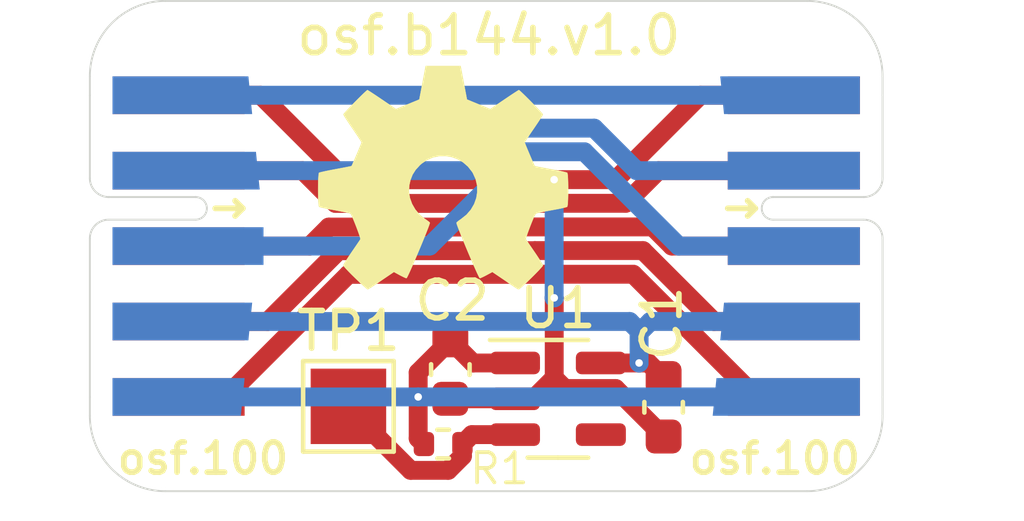
<source format=kicad_pcb>
(kicad_pcb (version 20221018) (generator pcbnew)
  (layers (0 "F.Cu" signal) (31 "B.Cu" signal) (34 "B.Paste" user) (35 "F.Paste" user) (36 "B.SilkS" user "B.Silkscreen") (37 "F.SilkS" user "F.Silkscreen") (38 "B.Mask" user) (39 "F.Mask" user) (44 "Edge.Cuts" user))
  (net 0 "")
  (net 1 "/ldo/3.3v")
  (net 2 "GND")
  (net 3 "/ldo/In")
  (net 4 "Net-(J1-GND-Pad2)")
  (net 5 "Net-(J1-GND-Pad3)")
  (net 6 "Net-(J1-GND-Pad4)")
  (net 7 "Net-(J1-GND-Pad5)")
  (net 8 "Net-(J1-1.2V)")
  (net 9 "Net-(J1-1.8V)")
  (net 10 "Net-(J1-2.5V)")
  (net 11 "/ldo/En")
  (footprint "on_edge:on_edge_2x05_device" (layer "F.Cu") (at 140 96.5 -90)
    (fp_text reference "J2")
    (fp_text value "003_power")
    (fp_line (start -1.2 -3.85) (end -1 -4.05) (stroke (width 0.153)) (layer "F.SilkS"))
    (fp_line (start -1 -4.05) (end -1 -3.323) (stroke (width 0.153)) (layer "F.SilkS"))
    (fp_line (start -1 -4.05) (end -0.8 -3.85) (stroke (width 0.153)) (layer "F.SilkS"))
    (fp_line (start -4 0) (end -1.8 0) (stroke (width 0.05)) (layer "Edge.Cuts"))
    (fp_line (start -1.3 -2.8) (end -1.3 -0.5) (stroke (width 0.05)) (layer "Edge.Cuts"))
    (fp_line (start -0.7 -0.5) (end -0.7 -2.8) (stroke (width 0.05)) (layer "Edge.Cuts"))
    (fp_line (start -0.2 0) (end 4 0) (stroke (width 0.05)) (layer "Edge.Cuts"))
    (fp_arc (start -1.3 -2.8) (mid -1 -3.1) (end -0.7 -2.8) (stroke (width 0.05)) (layer "Edge.Cuts"))
    (fp_arc (start -1.3 -0.5) (mid -1.446447 -0.146447) (end -1.8 0) (stroke (width 0.05)) (layer "Edge.Cuts"))
    (fp_arc (start -0.2 0) (mid -0.553553 -0.146447) (end -0.7 -0.5) (stroke (width 0.05)) (layer "Edge.Cuts"))
    (pad "1" smd rect (at -4 -2.35 90) (size 1 3.5) (layers "F.Cu" "F.Mask") (net 2 "GND"))
    (pad "2" smd rect (at -2 -2.35 270) (size 1 3.5) (layers "F.Cu" "F.Mask") (net 4 "Net-(J1-GND-Pad2)"))
    (pad "3" smd rect (at 0 -2.35 270) (size 1 3.5) (layers "F.Cu" "F.Mask") (net 5 "Net-(J1-GND-Pad3)"))
    (pad "4" smd rect (at 2 -2.35 90) (size 1 3.5) (layers "F.Cu" "F.Mask") (net 6 "Net-(J1-GND-Pad4)"))
    (pad "5" smd rect (at 4 -2.35 90) (size 1 3.5) (layers "F.Cu" "F.Mask") (net 7 "Net-(J1-GND-Pad5)"))
    (pad "6" smd custom (at -4 -2.4 270) (size 1 3.6) (layers "B.Cu" "B.Mask") (net 8 "Net-(J1-1.2V)") (options (clearance outline) (anchor rect)) (primitives (gr_poly (pts (xy 0.5 -1.8) (xy 0.5 -1.9) (xy -0.5 -1.8)) (width 0) (fill yes))))
    (pad "7" smd custom (at -2 -2.1 270) (size 1 3) (layers "B.Cu" "B.Mask") (net 9 "Net-(J1-1.8V)") (options (clearance outline) (anchor rect)) (primitives (gr_poly (pts (xy 0.3 -0.51) (xy 0.31 -0.62) (xy 0.33 -0.7) (xy 0.35 -0.76) (xy 0.37 -0.81) (xy 0.4 -0.86) (xy 0.44 -0.92) (xy 0.48 -0.97) (xy 0.5 -0.99) (xy 0.5 -2.4) (xy -0.5 -2.3) (xy -0.5 1.5) (xy 0.3 1.5)) (width 0) (fill yes))))
    (pad "8" smd rect (at 0 -2.6 270) (size 1 4) (layers "B.Cu" "B.Mask") (net 10 "Net-(J1-2.5V)"))
    (pad "9" smd custom (at 2 -2.4 270) (size 1 3.6) (layers "B.Cu" "B.Mask") (net 1 "/ldo/3.3v") (options (clearance outline) (anchor rect)) (primitives (gr_poly (pts (xy -0.5 -1.8) (xy -0.5 -1.9) (xy 0.5 -1.8)) (width 0) (fill yes))))
    (pad "10" smd custom (at 4 -2.3 270) (size 1 3.4) (layers "B.Cu" "B.Mask") (net 3 "/ldo/In") (options (clearance outline) (anchor rect)) (primitives (gr_poly (pts (xy -0.5 -1.7) (xy -0.5 -1.8) (xy 0.5 -1.7)) (width 0) (fill yes))))
  )
  (footprint "Symbol:OSHW-Symbol_6.7x6mm_SilkScreen" (layer "F.Cu") (at 149.35 94.7)
    (fp_text reference "LOGO1" hide)
    (fp_text value "Logo_Open_Hardware_Small" hide)
    (fp_poly (pts (xy 0.555814 -2.531069) (xy 0.639635 -2.086445) (xy 0.94892 -1.958947) (xy 1.258206 -1.831449) (xy 1.629246 -2.083754) (xy 1.733157 -2.154004) (xy 1.827087 -2.216728) (xy 1.906652 -2.269062) (xy 1.96747 -2.308143) (xy 2.005157 -2.331107) (xy 2.015421 -2.336058) (xy 2.03391 -2.323324) (xy 2.07342 -2.288118) (xy 2.129522 -2.234938) (xy 2.197787 -2.168282) (xy 2.273786 -2.092646) (xy 2.353092 -2.012528) (xy 2.431275 -1.932426) (xy 2.503907 -1.856836) (xy 2.566559 -1.790255) (xy 2.614803 -1.737182) (xy 2.64421 -1.702113) (xy 2.651241 -1.690377) (xy 2.641123 -1.66874) (xy 2.612759 -1.621338) (xy 2.569129 -1.552807) (xy 2.513218 -1.467785) (xy 2.448006 -1.370907) (xy 2.410219 -1.31565) (xy 2.341343 -1.214752) (xy 2.28014 -1.123701) (xy 2.229578 -1.04703) (xy 2.192628 -0.989272) (xy 2.172258 -0.954957) (xy 2.169197 -0.947746) (xy 2.176136 -0.927252) (xy 2.195051 -0.879487) (xy 2.223087 -0.811168) (xy 2.257391 -0.729011) (xy 2.295109 -0.63973) (xy 2.333387 -0.550042) (xy 2.36937 -0.466662) (xy 2.400206 -0.396306) (xy 2.423039 -0.34569) (xy 2.435017 -0.321529) (xy 2.435724 -0.320578) (xy 2.454531 -0.315964) (xy 2.504618 -0.305672) (xy 2.580793 -0.290713) (xy 2.677865 -0.272099) (xy 2.790643 -0.250841) (xy 2.856442 -0.238582) (xy 2.97695 -0.215638) (xy 3.085797 -0.193805) (xy 3.177476 -0.174278) (xy 3.246481 -0.158252) (xy 3.287304 -0.146921) (xy 3.295511 -0.143326) (xy 3.303548 -0.118994) (xy 3.310033 -0.064041) (xy 3.31497 0.015108) (xy 3.318364 0.112026) (xy 3.320218 0.220287) (xy 3.320538 0.333465) (xy 3.319327 0.445135) (xy 3.31659 0.548868) (xy 3.312331 0.638241) (xy 3.306555 0.706826) (xy 3.299267 0.748197) (xy 3.294895 0.75681) (xy 3.268764 0.767133) (xy 3.213393 0.781892) (xy 3.136107 0.799352) (xy 3.04423 0.81778) (xy 3.012158 0.823741) (xy 2.857524 0.852066) (xy 2.735375 0.874876) (xy 2.641673 0.89308) (xy 2.572384 0.907583) (xy 2.523471 0.919292) (xy 2.490897 0.929115) (xy 2.470628 0.937956) (xy 2.458626 0.946724) (xy 2.456947 0.948457) (xy 2.440184 0.976371) (xy 2.414614 1.030695) (xy 2.382788 1.104777) (xy 2.34726 1.191965) (xy 2.310583 1.285608) (xy 2.275311 1.379052) (xy 2.243996 1.465647) (xy 2.219193 1.53874) (xy 2.203454 1.591678) (xy 2.199332 1.617811) (xy 2.199676 1.618726) (xy 2.213641 1.640086) (xy 2.245322 1.687084) (xy 2.291391 1.754827) (xy 2.348518 1.838423) (xy 2.413373 1.932982) (xy 2.431843 1.959854) (xy 2.497699 2.057275) (xy 2.55565 2.146163) (xy 2.602538 2.221412) (xy 2.635207 2.27792) (xy 2.6505 2.310581) (xy 2.651241 2.314593) (xy 2.638392 2.335684) (xy 2.602888 2.377464) (xy 2.549293 2.435445) (xy 2.482171 2.505135) (xy 2.406087 2.582045) (xy 2.325604 2.661683) (xy 2.245287 2.739561) (xy 2.169699 2.811186) (xy 2.103405 2.87207) (xy 2.050969 2.917721) (xy 2.016955 2.94365) (xy 2.007545 2.947883) (xy 1.985643 2.937912) (xy 1.9408 2.91102) (xy 1.880321 2.871736) (xy 1.833789 2.840117) (xy 1.749475 2.782098) (xy 1.649626 2.713784) (xy 1.549473 2.645579) (xy 1.495627 2.609075) (xy 1.313371 2.4858) (xy 1.160381 2.56852) (xy 1.090682 2.604759) (xy 1.031414 2.632926) (xy 0.991311 2.648991) (xy 0.981103 2.651226) (xy 0.968829 2.634722) (xy 0.944613 2.588082) (xy 0.910263 2.515609) (xy 0.867588 2.421606) (xy 0.818394 2.310374) (xy 0.76449 2.186215) (xy 0.707684 2.053432) (xy 0.649782 1.916327) (xy 0.592593 1.779202) (xy 0.537924 1.646358) (xy 0.487584 1.522098) (xy 0.44338 1.410725) (xy 0.407119 1.316539) (xy 0.380609 1.243844) (xy 0.365658 1.196941) (xy 0.363254 1.180833) (xy 0.382311 1.160286) (xy 0.424036 1.126933) (xy 0.479706 1.087702) (xy 0.484378 1.084599) (xy 0.628264 0.969423) (xy 0.744283 0.835053) (xy 0.83143 0.685784) (xy 0.888699 0.525913) (xy 0.915086 0.359737) (xy 0.909585 0.191552) (xy 0.87119 0.025655) (xy 0.798895 -0.133658) (xy 0.777626 -0.168513) (xy 0.666996 -0.309263) (xy 0.536302 -0.422286) (xy 0.390064 -0.506997) (xy 0.232808 -0.562806) (xy 0.069057 -0.589126) (xy -0.096667 -0.58537) (xy -0.259838 -0.55095) (xy -0.415935 -0.485277) (xy -0.560433 -0.387765) (xy -0.605131 -0.348187) (xy -0.718888 -0.224297) (xy -0.801782 -0.093876) (xy -0.858644 0.052315) (xy -0.890313 0.197088) (xy -0.898131 0.35986) (xy -0.872062 0.52344) (xy -0.814755 0.682298) (xy -0.728856 0.830906) (xy -0.617014 0.963735) (xy -0.481877 1.075256) (xy -0.464117 1.087011) (xy -0.40785 1.125508) (xy -0.365077 1.158863) (xy -0.344628 1.18016) (xy -0.344331 1.180833) (xy -0.348721 1.203871) (xy -0.366124 1.256157) (xy -0.394732 1.33339) (xy -0.432735 1.431268) (xy -0.478326 1.545491) (xy -0.529697 1.671758) (xy -0.585038 1.805767) (xy -0.642542 1.943218) (xy -0.700399 2.079808) (xy -0.756802 2.211237) (xy -0.809942 2.333205) (xy -0.85801 2.441409) (xy -0.899199 2.531549) (xy -0.931699 2.599323) (xy -0.953703 2.64043) (xy -0.962564 2.651226) (xy -0.98964 2.642819) (xy -1.040303 2.620272) (xy -1.105817 2.587613) (xy -1.141841 2.56852) (xy -1.294832 2.4858) (xy -1.477088 2.609075) (xy -1.570125 2.672228) (xy -1.671985 2.741727) (xy -1.767438 2.807165) (xy -1.81525 2.840117) (xy -1.882495 2.885273) (xy -1.939436 2.921057) (xy -1.978646 2.942938) (xy -1.991381 2.947563) (xy -2.009917 2.935085) (xy -2.050941 2.900252) (xy -2.110475 2.846678) (xy -2.184542 2.777983) (xy -2.269165 2.697781) (xy -2.322685 2.646286) (xy -2.416319 2.554286) (xy -2.497241 2.471999) (xy -2.562177 2.402945) (xy -2.607858 2.350644) (xy -2.631011 2.318616) (xy -2.633232 2.312116) (xy -2.622924 2.287394) (xy -2.594439 2.237405) (xy -2.550937 2.167212) (xy -2.495577 2.081875) (xy -2.43152 1.986456) (xy -2.413303 1.959854) (xy -2.346927 1.863167) (xy -2.287378 1.776117) (xy -2.237984 1.703595) (xy -2.202075 1.650493) (xy -2.182981 1.621703) (xy -2.181136 1.618726) (xy -2.183895 1.595782) (xy -2.198538 1.545336) (xy -2.222513 1.474041) (xy -2.253266 1.388547) (xy -2.288244 1.295507) (xy -2.324893 1.201574) (xy -2.360661 1.113399) (xy -2.392994 1.037634) (xy -2.419338 0.980931) (xy -2.437142 0.949943) (xy -2.438407 0.948457) (xy -2.449294 0.939601) (xy -2.467682 0.930843) (xy -2.497606 0.921277) (xy -2.543103 0.909996) (xy -2.608209 0.896093) (xy -2.696961 0.878663) (xy -2.813393 0.856798) (xy -2.961542 0.829591) (xy -2.993618 0.823741) (xy -3.088686 0.805374) (xy -3.171565 0.787405) (xy -3.23493 0.771569) (xy -3.271458 0.7596) (xy -3.276356 0.75681) (xy -3.284427 0.732072) (xy -3.290987 0.67679) (xy -3.296033 0.597389) (xy -3.299559 0.500296) (xy -3.301561 0.391938) (xy -3.302036 0.27874) (xy -3.300977 0.167128) (xy -3.298382 0.063529) (xy -3.294246 -0.025632) (xy -3.288563 -0.093928) (xy -3.281331 -0.134934) (xy -3.276971 -0.143326) (xy -3.252698 -0.151792) (xy -3.197426 -0.165565) (xy -3.116662 -0.18345) (xy -3.015912 -0.204252) (xy -2.900683 -0.226777) (xy -2.837902 -0.238582) (xy -2.718787 -0.260849) (xy -2.612565 -0.281021) (xy -2.524427 -0.298085) (xy -2.459566 -0.311031) (xy -2.423174 -0.318845) (xy -2.417184 -0.320578) (xy -2.407061 -0.34011) (xy -2.385662 -0.387157) (xy -2.355839 -0.454997) (xy -2.320445 -0.536909) (xy -2.282332 -0.626172) (xy -2.244353 -0.716065) (xy -2.20936 -0.799865) (xy -2.180206 -0.870853) (xy -2.159743 -0.922306) (xy -2.150823 -0.947503) (xy -2.150657 -0.948604) (xy -2.160769 -0.968481) (xy -2.189117 -1.014223) (xy -2.232723 -1.081283) (xy -2.288606 -1.165116) (xy -2.353787 -1.261174) (xy -2.391679 -1.31635) (xy -2.460725 -1.417519) (xy -2.52205 -1.50937) (xy -2.572663 -1.587256) (xy -2.609571 -1.646531) (xy -2.629782 -1.682549) (xy -2.632701 -1.690623) (xy -2.620153 -1.709416) (xy -2.585463 -1.749543) (xy -2.533063 -1.806507) (xy -2.467384 -1.875815) (xy -2.392856 -1.952969) (xy -2.313913 -2.033475) (xy -2.234983 -2.112837) (xy -2.1605 -2.18656) (xy -2.094894 -2.250148) (xy -2.042596 -2.299106) (xy -2.008039 -2.328939) (xy -1.996478 -2.336058) (xy -1.977654 -2.326047) (xy -1.932631 -2.297922) (xy -1.865787 -2.254546) (xy -1.781499 -2.198782) (xy -1.684144 -2.133494) (xy -1.610707 -2.083754) (xy -1.239667 -1.831449) (xy -0.621095 -2.086445) (xy -0.537275 -2.531069) (xy -0.453454 -2.975693) (xy 0.471994 -2.975693) (xy 0.555814 -2.531069)) (stroke (width 0.01)) (fill solid) (layer "F.SilkS"))
  )
  (footprint "TestPoint:TestPoint_Pad_2.0x2.0mm" (layer "F.Cu") (at 146.85 100.75)
    (fp_text reference "TP1" (at 0 -1.998) (layer "F.SilkS"))
    (fp_text value "TestPoint")
    (fp_line (start -1.2 -1.2) (end 1.2 -1.2) (stroke (width 0.12)) (layer "F.SilkS"))
    (fp_line (start -1.2 1.2) (end -1.2 -1.2) (stroke (width 0.12)) (layer "F.SilkS"))
    (fp_line (start 1.2 -1.2) (end 1.2 1.2) (stroke (width 0.12)) (layer "F.SilkS"))
    (fp_line (start 1.2 1.2) (end -1.2 1.2) (stroke (width 0.12)) (layer "F.SilkS"))
    (pad "1" smd rect (at 0 0) (size 2 2) (layers "F.Cu" "F.Mask") (net 11 "/ldo/En"))
  )
  (footprint "Capacitor_SMD:C_0603_1608Metric" (layer "F.Cu") (at 155.2 100.775 -90)
    (fp_text reference "C1" (at -2.225 0.05 90) (layer "F.SilkS"))
    (fp_text value "10uF")
    (fp_line (start -0.14058 -0.51) (end 0.14058 -0.51) (stroke (width 0.12)) (layer "F.SilkS"))
    (fp_line (start -0.14058 0.51) (end 0.14058 0.51) (stroke (width 0.12)) (layer "F.SilkS"))
    (pad "1" smd roundrect (at -0.775 0 270) (size 0.9 0.95) (layers "F.Cu" "F.Paste" "F.Mask") (net 1 "/ldo/3.3v"))
    (pad "2" smd roundrect (at 0.775 0 270) (size 0.9 0.95) (layers "F.Cu" "F.Paste" "F.Mask") (net 2 "GND"))
  )
  (footprint "Capacitor_SMD:C_0603_1608Metric" (layer "F.Cu") (at 149.55 99.775 -90)
    (fp_text reference "C2" (at -1.825 -0.05 -180) (layer "F.SilkS"))
    (fp_text value "10uF")
    (fp_line (start -0.14058 -0.51) (end 0.14058 -0.51) (stroke (width 0.12)) (layer "F.SilkS"))
    (fp_line (start -0.14058 0.51) (end 0.14058 0.51) (stroke (width 0.12)) (layer "F.SilkS"))
    (pad "1" smd roundrect (at -0.775 0 270) (size 0.9 0.95) (layers "F.Cu" "F.Paste" "F.Mask") (net 3 "/ldo/In"))
    (pad "2" smd roundrect (at 0.775 0 270) (size 0.9 0.95) (layers "F.Cu" "F.Paste" "F.Mask") (net 2 "GND"))
  )
  (footprint "Package_TO_SOT_SMD:SOT-23-5" (layer "F.Cu") (at 152.4 100.55)
    (fp_text reference "U1" (at 0 -2.4) (layer "F.SilkS"))
    (fp_text value "XC6220B331MR")
    (fp_line (start 0 -1.56) (end -1.8 -1.56) (stroke (width 0.12)) (layer "F.SilkS"))
    (fp_line (start 0 -1.56) (end 0.8 -1.56) (stroke (width 0.12)) (layer "F.SilkS"))
    (fp_line (start 0 1.56) (end -0.8 1.56) (stroke (width 0.12)) (layer "F.SilkS"))
    (fp_line (start 0 1.56) (end 0.8 1.56) (stroke (width 0.12)) (layer "F.SilkS"))
    (pad "1" smd roundrect (at -1.1375 -0.95) (size 1.325 0.6) (layers "F.Cu" "F.Paste" "F.Mask") (net 3 "/ldo/In"))
    (pad "2" smd roundrect (at -1.1375 0) (size 1.325 0.6) (layers "F.Cu" "F.Paste" "F.Mask") (net 2 "GND"))
    (pad "3" smd roundrect (at -1.1375 0.95) (size 1.325 0.6) (layers "F.Cu" "F.Paste" "F.Mask") (net 11 "/ldo/En"))
    (pad "4" smd roundrect (at 1.1375 0.95) (size 1.325 0.6) (layers "F.Cu" "F.Paste" "F.Mask"))
    (pad "5" smd roundrect (at 1.1375 -0.95) (size 1.325 0.6) (layers "F.Cu" "F.Paste" "F.Mask") (net 1 "/ldo/3.3v"))
  )
  (footprint "on_edge:on_edge_2x05_host" (layer "F.Cu") (at 161 96.5 -90)
    (fp_text reference "J1")
    (fp_text value "003_power")
    (fp_line (start -1 3.373) (end -1.2 3.573) (stroke (width 0.153)) (layer "F.SilkS"))
    (fp_line (start -1 4.1) (end -1 3.373) (stroke (width 0.153)) (layer "F.SilkS"))
    (fp_line (start -0.8 3.573) (end -1 3.373) (stroke (width 0.153)) (layer "F.SilkS"))
    (fp_line (start -4 0) (end -1.8 0) (stroke (width 0.05)) (layer "Edge.Cuts"))
    (fp_line (start -1.3 0.5) (end -1.3 2.9) (stroke (width 0.05)) (layer "Edge.Cuts"))
    (fp_line (start -0.7 2.9) (end -0.7 0.5) (stroke (width 0.05)) (layer "Edge.Cuts"))
    (fp_line (start -0.2 0) (end 4 0) (stroke (width 0.05)) (layer "Edge.Cuts"))
    (fp_arc (start -1.8 0) (mid -1.446447 0.146447) (end -1.3 0.5) (stroke (width 0.05)) (layer "Edge.Cuts"))
    (fp_arc (start -0.7 0.5) (mid -0.553553 0.146447) (end -0.2 0) (stroke (width 0.05)) (layer "Edge.Cuts"))
    (fp_arc (start -0.7 2.9) (mid -1 3.2) (end -1.3 2.9) (stroke (width 0.05)) (layer "Edge.Cuts"))
    (pad "1" smd rect (at -4 2.35 270) (size 1 3.5) (layers "F.Cu" "F.Mask") (net 2 "GND"))
    (pad "2" smd rect (at -2 2.35 270) (size 1 3.5) (layers "F.Cu" "F.Mask") (net 4 "Net-(J1-GND-Pad2)"))
    (pad "3" smd rect (at 0 2.35 270) (size 1 3.5) (layers "F.Cu" "F.Mask") (net 5 "Net-(J1-GND-Pad3)"))
    (pad "4" smd rect (at 2 2.35 270) (size 1 3.5) (layers "F.Cu" "F.Mask") (net 6 "Net-(J1-GND-Pad4)"))
    (pad "5" smd rect (at 4 2.35 270) (size 1 3.5) (layers "F.Cu" "F.Mask") (net 7 "Net-(J1-GND-Pad5)"))
    (pad "6" smd custom (at -4 2.4 90) (size 1 3.6) (layers "B.Cu" "B.Mask") (net 8 "Net-(J1-1.2V)") (options (clearance outline) (anchor rect)) (primitives (gr_poly (pts (xy 0.5 -1.8) (xy -0.5 -1.8) (xy 0.5 -1.9)) (width 0) (fill yes))))
    (pad "7" smd rect (at -2 2.35 90) (size 1 3.5) (layers "B.Cu" "B.Mask") (net 9 "Net-(J1-1.8V)"))
    (pad "8" smd rect (at 0 2.35 90) (size 1 3.5) (layers "B.Cu" "B.Mask") (net 10 "Net-(J1-2.5V)"))
    (pad "9" smd custom (at 2 2.4 90) (size 1 3.6) (layers "B.Cu" "B.Mask") (net 1 "/ldo/3.3v") (options (clearance outline) (anchor rect)) (primitives (gr_poly (pts (xy 0.5 -1.8) (xy -0.5 -1.8) (xy -0.5 -1.9)) (width 0) (fill yes))))
    (pad "10" smd custom (at 4 2.5 90) (size 1 3.8) (layers "B.Cu" "B.Mask") (net 3 "/ldo/In") (options (clearance outline) (anchor rect)) (primitives (gr_poly (pts (xy 0.5 -1.9) (xy -0.5 -1.9) (xy -0.5 -2)) (width 0) (fill yes))))
  )
  (footprint "Resistor_SMD:R_0402_1005Metric" (layer "F.Cu") (at 149.36 101.75)
    (fp_text reference "R1" (at 1.49 0.65) (layer "F.SilkS") (effects (font (size 0.8 0.8) (thickness 0.1))))
    (fp_text value "0R")
    (fp_line (start -0.153641 -0.38) (end 0.153641 -0.38) (stroke (width 0.12)) (layer "F.SilkS"))
    (fp_line (start -0.153641 0.38) (end 0.153641 0.38) (stroke (width 0.12)) (layer "F.SilkS"))
    (pad "1" smd roundrect (at -0.51 0) (size 0.54 0.64) (layers "F.Cu" "F.Paste" "F.Mask") (net 3 "/ldo/In"))
    (pad "2" smd roundrect (at 0.51 0) (size 0.54 0.64) (layers "F.Cu" "F.Paste" "F.Mask") (net 11 "/ldo/En"))
  )
  (gr_line (start 140 92.5) (end 140 92) (stroke (width 0.05)) (layer "Edge.Cuts"))
  (gr_line (start 142 90) (end 159 90) (stroke (width 0.05)) (layer "Edge.Cuts"))
  (gr_arc (start 161 101) (mid 160.414214 102.414214) (end 159 103) (stroke (width 0.05)) (layer "Edge.Cuts"))
  (gr_line (start 161 101) (end 161 100.5) (stroke (width 0.05)) (layer "Edge.Cuts"))
  (gr_line (start 159 103) (end 142 103) (stroke (width 0.05)) (layer "Edge.Cuts"))
  (gr_arc (start 159 90) (mid 160.414214 90.585786) (end 161 92) (stroke (width 0.05)) (layer "Edge.Cuts"))
  (gr_line (start 140 101) (end 140 100.5) (stroke (width 0.05)) (layer "Edge.Cuts"))
  (gr_arc (start 142 103) (mid 140.585786 102.414214) (end 140 101) (stroke (width 0.05)) (layer "Edge.Cuts"))
  (gr_line (start 161 92.5) (end 161 92) (stroke (width 0.05)) (layer "Edge.Cuts"))
  (gr_arc (start 140 92) (mid 140.585786 90.585786) (end 142 90) (stroke (width 0.05)) (layer "Edge.Cuts"))
  (gr_text "osf.100" (at 155.8 102.6) (layer "F.SilkS") (effects (font (size 0.8 0.8)) (justify left bottom)))
  (gr_text "osf.b144.v1.0" (at 145.4 91.5) (layer "F.SilkS") (effects (font (size 1 1)) (justify left bottom)))
  (gr_text "osf.100" (at 140.65 102.6) (layer "F.SilkS") (effects (font (size 0.8 0.8)) (justify left bottom)))
  (segment (start 154.8 99.6) (end 155.2 100) (width 0.5) (layer "F.Cu") (net 1))
  (segment (start 153.5375 99.6) (end 154.55 99.6) (width 0.5) (layer "F.Cu") (net 1))
  (segment (start 154.55 99.6) (end 154.8 99.6) (width 0.5) (layer "F.Cu") (net 1))
  (via (at 154.55 99.6) (size 0.5) (drill 0.2) (layers "F.Cu" "B.Cu") (net 1))
  (segment (start 154.85 98.5) (end 154.55 98.8) (width 0.5) (layer "B.Cu") (net 1))
  (segment (start 154.55 98.8) (end 154.55 99.6) (width 0.5) (layer "B.Cu") (net 1))
  (segment (start 154.3 98.5) (end 142.4 98.5) (width 0.5) (layer "B.Cu") (net 1))
  (segment (start 158.6 98.5) (end 154.85 98.5) (width 0.5) (layer "B.Cu") (net 1))
  (segment (start 154.55 98.75) (end 154.3 98.5) (width 0.5) (layer "B.Cu") (net 1))
  (segment (start 155.2 101.55) (end 153.927 100.277) (width 0.5) (layer "F.Cu") (net 2))
  (segment (start 153.927 100.277) (end 152.581 100.277) (width 0.5) (layer "F.Cu") (net 2))
  (segment (start 144.526576 92.5) (end 146.768576 94.742) (width 0.5) (layer "F.Cu") (net 2))
  (segment (start 150.99994 94.742) (end 151.00344 94.7385) (width 0.5) (layer "F.Cu") (net 2))
  (segment (start 152.302 99.998) (end 151.75 100.55) (width 0.5) (layer "F.Cu") (net 2))
  (segment (start 146.768576 94.742) (end 150.99994 94.742) (width 0.5) (layer "F.Cu") (net 2))
  (segment (start 151.2625 100.55) (end 149.55 100.55) (width 0.5) (layer "F.Cu") (net 2))
  (segment (start 152.302 97.8735) (end 152.302 99.998) (width 0.5) (layer "F.Cu") (net 2))
  (segment (start 151.00344 94.7385) (end 153.934924 94.7385) (width 0.5) (layer "F.Cu") (net 2))
  (segment (start 142.35 92.5) (end 144.526576 92.5) (width 0.5) (layer "F.Cu") (net 2))
  (segment (start 153.934924 94.7385) (end 156.173424 92.5) (width 0.5) (layer "F.Cu") (net 2))
  (segment (start 152.581 100.277) (end 152.302 99.998) (width 0.5) (layer "F.Cu") (net 2))
  (segment (start 151.75 100.55) (end 151.2625 100.55) (width 0.5) (layer "F.Cu") (net 2))
  (segment (start 156.173424 92.5) (end 158.65 92.5) (width 0.5) (layer "F.Cu") (net 2))
  (via (at 152.3 94.739) (size 0.5) (drill 0.2) (layers "F.Cu" "B.Cu") (net 2))
  (via (at 152.302 97.8735) (size 0.5) (drill 0.2) (layers "F.Cu" "B.Cu") (net 2))
  (segment (start 152.3 94.739) (end 152.3 97.8715) (width 0.5) (layer "B.Cu") (net 2))
  (segment (start 152.3 97.8715) (end 152.302 97.8735) (width 0.5) (layer "B.Cu") (net 2))
  (segment (start 151.2625 99.6) (end 150.15 99.6) (width 0.5) (layer "F.Cu") (net 3))
  (segment (start 150.15 99.6) (end 149.55 99) (width 0.5) (layer "F.Cu") (net 3))
  (segment (start 148.698 101.598) (end 148.698 100.5) (width 0.5) (layer "F.Cu") (net 3))
  (segment (start 148.698 100.5) (end 148.698 99.852) (width 0.5) (layer "F.Cu") (net 3))
  (segment (start 148.698 99.852) (end 149.55 99) (width 0.5) (layer "F.Cu") (net 3))
  (segment (start 148.85 101.75) (end 148.698 101.598) (width 0.5) (layer "F.Cu") (net 3))
  (via (at 148.698 100.5) (size 0.5) (drill 0.2) (layers "F.Cu" "B.Cu") (net 3))
  (segment (start 158.5 100.5) (end 148.698 100.5) (width 0.5) (layer "B.Cu") (net 3))
  (segment (start 142.3 100.5) (end 148.698 100.5) (width 0.5) (layer "B.Cu") (net 3))
  (segment (start 151.259652 95.369) (end 151.263152 95.3655) (width 0.5) (layer "F.Cu") (net 4))
  (segment (start 146.508864 95.369) (end 151.259652 95.369) (width 0.5) (layer "F.Cu") (net 4))
  (segment (start 154.194636 95.3655) (end 155.060136 94.5) (width 0.5) (layer "F.Cu") (net 4))
  (segment (start 142.35 94.5) (end 145.639864 94.5) (width 0.5) (layer "F.Cu") (net 4))
  (segment (start 151.263152 95.3655) (end 154.194636 95.3655) (width 0.5) (layer "F.Cu") (net 4))
  (segment (start 145.639864 94.5) (end 146.508864 95.369) (width 0.5) (layer "F.Cu") (net 4))
  (segment (start 155.060136 94.5) (end 158.65 94.5) (width 0.5) (layer "F.Cu") (net 4))
  (segment (start 146.330576 95.996) (end 151.519364 95.996) (width 0.5) (layer "F.Cu") (net 5))
  (segment (start 142.35 96.5) (end 145.826576 96.5) (width 0.5) (layer "F.Cu") (net 5))
  (segment (start 151.519364 95.996) (end 151.522864 95.9925) (width 0.5) (layer "F.Cu") (net 5))
  (segment (start 145.826576 96.5) (end 146.330576 95.996) (width 0.5) (layer "F.Cu") (net 5))
  (segment (start 154.911924 95.9925) (end 155.419424 96.5) (width 0.5) (layer "F.Cu") (net 5))
  (segment (start 151.522864 95.9925) (end 154.911924 95.9925) (width 0.5) (layer "F.Cu") (net 5))
  (segment (start 155.419424 96.5) (end 158.65 96.5) (width 0.5) (layer "F.Cu") (net 5))
  (segment (start 144.713288 98.5) (end 142.35 98.5) (width 0.5) (layer "F.Cu") (net 6))
  (segment (start 156.532712 98.5) (end 154.652212 96.6195) (width 0.5) (layer "F.Cu") (net 6))
  (segment (start 146.590288 96.623) (end 144.713288 98.5) (width 0.5) (layer "F.Cu") (net 6))
  (segment (start 158.65 98.5) (end 156.532712 98.5) (width 0.5) (layer "F.Cu") (net 6))
  (segment (start 154.652212 96.6195) (end 151.782576 96.6195) (width 0.5) (layer "F.Cu") (net 6))
  (segment (start 151.779076 96.623) (end 146.590288 96.623) (width 0.5) (layer "F.Cu") (net 6))
  (segment (start 151.782576 96.6195) (end 151.779076 96.623) (width 0.5) (layer "F.Cu") (net 6))
  (segment (start 152.042288 97.2465) (end 154.3925 97.2465) (width 0.5) (layer "F.Cu") (net 7))
  (segment (start 143.6 100.5) (end 146.85 97.25) (width 0.5) (layer "F.Cu") (net 7))
  (segment (start 146.85 97.25) (end 152.038788 97.25) (width 0.5) (layer "F.Cu") (net 7))
  (segment (start 154.3925 97.2465) (end 157.646 100.5) (width 0.5) (layer "F.Cu") (net 7))
  (segment (start 142.35 100.5) (end 143.6 100.5) (width 0.5) (layer "F.Cu") (net 7))
  (segment (start 157.646 100.5) (end 158.65 100.5) (width 0.5) (layer "F.Cu") (net 7))
  (segment (start 152.038788 97.25) (end 152.042288 97.2465) (width 0.5) (layer "F.Cu") (net 7))
  (segment (start 142.4 92.5) (end 158.6 92.5) (width 0.5) (layer "B.Cu") (net 8))
  (segment (start 154.486712 94.5) (end 153.359712 93.373) (width 0.5) (layer "B.Cu") (net 9))
  (segment (start 158.65 94.5) (end 154.486712 94.5) (width 0.5) (layer "B.Cu") (net 9))
  (segment (start 150.113288 94.5) (end 142.1 94.5) (width 0.5) (layer "B.Cu") (net 9))
  (segment (start 153.359712 93.373) (end 151.240288 93.373) (width 0.5) (layer "B.Cu") (net 9))
  (segment (start 151.240288 93.373) (end 150.113288 94.5) (width 0.5) (layer "B.Cu") (net 9))
  (segment (start 149 96.5) (end 151.5 94) (width 0.5) (layer "B.Cu") (net 10))
  (segment (start 151.5 94) (end 153.1 94) (width 0.5) (layer "B.Cu") (net 10))
  (segment (start 142.6 96.5) (end 149 96.5) (width 0.5) (layer "B.Cu") (net 10))
  (segment (start 153.1 94) (end 155.6 96.5) (width 0.5) (layer "B.Cu") (net 10))
  (segment (start 155.6 96.5) (end 158.65 96.5) (width 0.5) (layer "B.Cu") (net 10))
  (segment (start 149.492999 102.447) (end 148.49918 102.447) (width 0.5) (layer "F.Cu") (net 11))
  (segment (start 149.87 102.069999) (end 149.492999 102.447) (width 0.5) (layer "F.Cu") (net 11))
  (segment (start 149.87 101.75) (end 149.87 102.069999) (width 0.5) (layer "F.Cu") (net 11))
  (segment (start 151.2625 101.5) (end 150.12 101.5) (width 0.5) (layer "F.Cu") (net 11))
  (segment (start 148.49918 102.447) (end 146.85 100.79782) (width 0.5) (layer "F.Cu") (net 11))
  (segment (start 146.85 100.79782) (end 146.85 100.75) (width 0.5) (layer "F.Cu") (net 11))
  (segment (start 150.12 101.5) (end 149.87 101.75) (width 0.5) (layer "F.Cu") (net 11))
)
</source>
